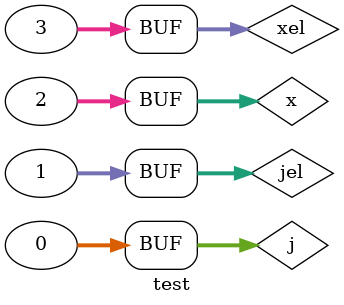
<source format=v>
module test();

integer j;
integer jel;
integer x;
integer xel;

`define A(j) (jel == 1 && j == 2)
`define B(j) (jel \
 == 1 && \
 j == 2)

initial
begin
	j = 0;
	jel = 1;
	x = 2;
	xel = 3;

	if(`A(x) && `B(x))
		$display("PASSED");
	else
		$display("FAILED");
end
endmodule

</source>
